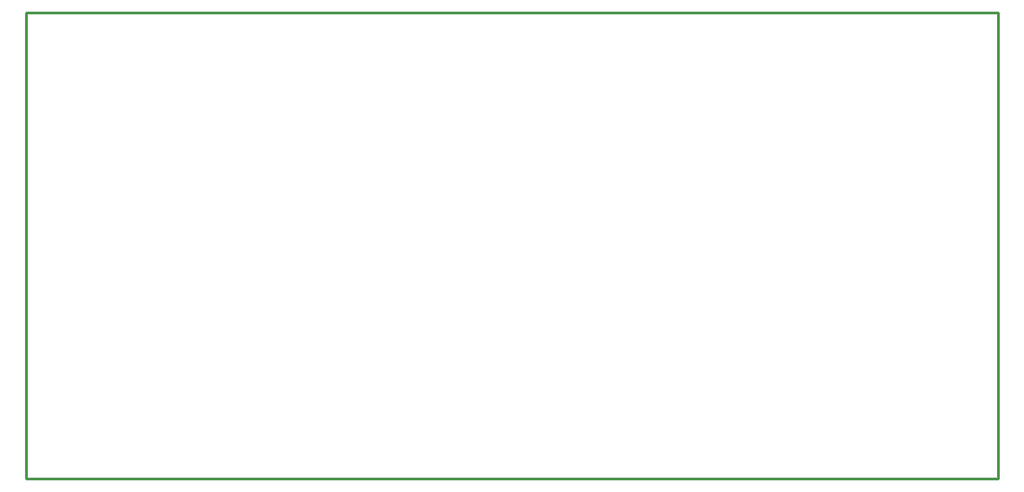
<source format=gbr>
G04 EAGLE Gerber RS-274X export*
G75*
%MOMM*%
%FSLAX34Y34*%
%LPD*%
%IN*%
%IPPOS*%
%AMOC8*
5,1,8,0,0,1.08239X$1,22.5*%
G01*
%ADD10C,0.254000*%


D10*
X0Y0D02*
X917450Y0D01*
X917450Y440590D01*
X0Y440590D01*
X0Y0D01*
M02*

</source>
